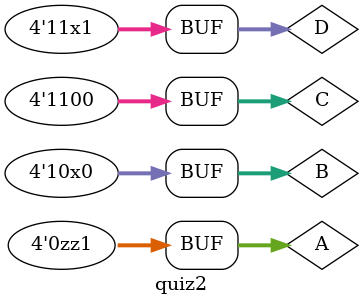
<source format=v>
`timescale 1ns/1ns

module quiz2;

wire [3:0] A, B, C, D;

assign A = 4'b0zz1;
assign B = 4'b10x0;
assign C = 4'b1100;
assign D = A|C;

endmodule
</source>
